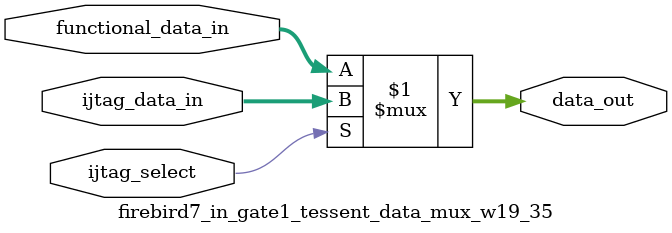
<source format=sv>

module firebird7_in_gate1_tessent_data_mux_w19_35 (
  input wire ijtag_select,
  input wire [18:0]  functional_data_in,
  input wire [18:0]  ijtag_data_in,
  output wire [18:0] data_out
);
assign data_out = (ijtag_select) ? ijtag_data_in : functional_data_in;
endmodule

</source>
